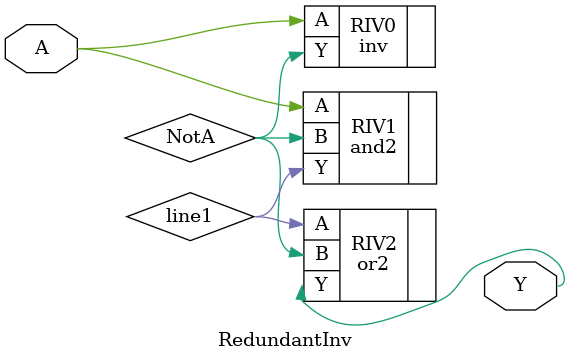
<source format=v>
/****************************************************************************
 *                                                                          *
 *  VERILOG HIGH-LEVEL DESCRIPTION OF THE ISCAS-85 BENCHMARK CIRCUIT c2670  *
 *                                                                          *  
 *                                                                          *
 *  Written by   : Hakan Yalcin (hyalcin@cadence.com)			    *
 *  Verified by  : Jonathan David Hauke (jhauke@eecs.umich.edu)             *
 *                                                                          *
 *  First created: Jan 14, 1997                                             *
 *  Last modified: Oct 20, 1998                                             *
 *                                                                          *
****************************************************************************/

module Circuit2670 (
        in81, in92, in91, in90, in89, in88, in87, 
        in86, in85, in93, in43, in54, in53, in52, in51, 
        in50, in49, in48, in47, in55, in56, in66, in65, 
        in64, in63, in62, in61, in60, in67, in68, in79, 
        in78, in77, in76, in75, in74, in73, in72, in80, 
        in131, in141, in140, in139, in138, in137, in136, in135, 
        in142, in95, in105, in104, in103, in102, in101, in100, 
        in99, in106, in119, in129, in128, in127, in126, in125, 
        in124, in123, in130, in107, in117, in116, in115, in114, 
        in113, in112, in111, in118, in1971, in1966, in1961, in1956, 
        in1348, in1341, in2090, in2084, in2078, in2072, in2067, in1996, 
        in1991, in1986, in1981, in1976, in2096, in2100, in2678, in2474, 
        in2427, in2430, in2451, in2454, in2443, in2446, in2435, in2438, 
        in24, in6, in23, in22, in21, in5, in20, in4, 
        in19, in28, in35, in34, in27, in33, in26, in32, 
        in25, in651, in543, in2105, in2104, in1384, in40, in16, 
        in29, in11, in8, in37, in14, in44, in132, in82, 
        in96, in69, in120, in57, in108, in2106, in567, in559, 
        in860, in868, in452, in2066, in1083, in94, in7, in661, 
        in1, in2, in3, in15, in36, in483, in169, in174, 
        in177, in178, in179, in180, in181, in182, in183, in184, 
        in185, in186, in189, in190, in191, in192, in193, in194, 
        in195, in196, in197, in198, in199, in200, in201, in202, 
        in203, in204, in205, in206, in207, in208, in209, in210, 
        in211, in212, in213, in214, in215, in239, in240, in241, 
        in242, in243, in244, in245, in246, in247, in248, in249, 
        in250, in251, in252, in253, in254, in255, in256, in257, 
        in262, in263, in264, in265, in266, in267, in268, in269, 
        in270, in271, in272, in273, in274, in275, in276, in277, 
        in278, in279,
        out329, out231, out311, out150, out308, out225, out395, 
        out397, out227, out229, out401, out319, out325, out261, out220, 
        out221, out219, out218, out235, out236, out237, out238, out335, 
        out350, out391, out409, out337, out384, out411, out367, out369, 
        out173, out295, out331, out145, out148, out282, out323, out284, 
        out321, out297, out280, out153, out290, out305, out288, out303, 
        out286, out301, out299, out166, out168, out171, out162, out160, 
        out164, out156, out223, out217, out234, out259, out176, out188, 
        out158, out169, out174, out177, out178, out179, out180, out181, 
        out182, out183, out184, out185, out186, out189, out190, out191, 
        out192, out193, out194, out195, out196, out197, out198, out199, 
        out200, out201, out202, out203, out204, out205, out206, out207, 
        out208, out209, out210, out211, out212, out213, out214, out215, 
        out239, out240, out241, out242, out243, out244, out245, out246, 
        out247, out248, out249, out250, out251, out252, out253, out254, 
        out255, out256, out257, out262, out263, out264, out265, out266, 
        out267, out268, out269, out270, out271, out272, out273, out274, 
        out275, out276, out277, out278, out279);
 
   input
        in81, in92, in91, in90, in89, in88, in87, 
        in86, in85, in93, in43, in54, in53, in52, in51, 
        in50, in49, in48, in47, in55, in56, in66, in65, 
        in64, in63, in62, in61, in60, in67, in68, in79, 
        in78, in77, in76, in75, in74, in73, in72, in80, 
        in131, in141, in140, in139, in138, in137, in136, in135, 
        in142, in95, in105, in104, in103, in102, in101, in100, 
        in99, in106, in119, in129, in128, in127, in126, in125, 
        in124, in123, in130, in107, in117, in116, in115, in114, 
        in113, in112, in111, in118, in1971, in1966, in1961, in1956, 
        in1348, in1341, in2090, in2084, in2078, in2072, in2067, in1996, 
        in1991, in1986, in1981, in1976, in2096, in2100, in2678, in2474, 
        in2427, in2430, in2451, in2454, in2443, in2446, in2435, in2438, 
        in24, in6, in23, in22, in21, in5, in20, in4, 
        in19, in28, in35, in34, in27, in33, in26, in32, 
        in25, in651, in543, in2105, in2104, in1384, in40, in16, 
        in29, in11, in8, in37, in14, in44, in132, in82, 
        in96, in69, in120, in57, in108, in2106, in567, in559, 
        in860, in868, in452, in2066, in1083, in94, in7, in661, 
        in1, in2, in3, in15, in36, in483, in169, in174, 
        in177, in178, in179, in180, in181, in182, in183, in184, 
        in185, in186, in189, in190, in191, in192, in193, in194, 
        in195, in196, in197, in198, in199, in200, in201, in202, 
        in203, in204, in205, in206, in207, in208, in209, in210, 
        in211, in212, in213, in214, in215, in239, in240, in241, 
        in242, in243, in244, in245, in246, in247, in248, in249, 
        in250, in251, in252, in253, in254, in255, in256, in257, 
        in262, in263, in264, in265, in266, in267, in268, in269, 
        in270, in271, in272, in273, in274, in275, in276, in277, 
        in278, in279;
 
   output
        out329, out231, out311, out150, out308, out225, out395, 
        out397, out227, out229, out401, out319, out325, out261, out220, 
        out221, out219, out218, out235, out236, out237, out238, out335, 
        out350, out391, out409, out337, out384, out411, out367, out369, 
        out173, out295, out331, out145, out148, out282, out323, out284, 
        out321, out297, out280, out153, out290, out305, out288, out303, 
        out286, out301, out299, out166, out168, out171, out162, out160, 
        out164, out156, out223, out217, out234, out259, out176, out188, 
        out158, out169, out174, out177, out178, out179, out180, out181, 
        out182, out183, out184, out185, out186, out189, out190, out191, 
        out192, out193, out194, out195, out196, out197, out198, out199, 
        out200, out201, out202, out203, out204, out205, out206, out207, 
        out208, out209, out210, out211, out212, out213, out214, out215, 
        out239, out240, out241, out242, out243, out244, out245, out246, 
        out247, out248, out249, out250, out251, out252, out253, out254, 
        out255, out256, out257, out262, out263, out264, out265, out266, 
        out267, out268, out269, out270, out271, out272, out273, out274, 
        out275, out276, out277, out278, out279;

/********************************************************/
   
   wire	VDD;
//   assign VDD = 1'b1;

// Inputs/Outputs to TopLevel2670
   
   wire [9:0]	A1bus, A2bus, A3bus, A4bus;
   wire [9:0]	B1bus, B2bus, B3bus, B4bus;
   wire [5:0]	Y1bus, Y2bus;
   wire [3:0]	Y3bus;
   wire [8:0]	Z1bus;
   wire [7:0]	Z2bus;
   wire [11:0]	ParTreeIns;
   wire		ContA0, ContA1, ContB0, ContB1;
   wire		ContMask0, ContMask1, ContMask2;
   wire		ContZ0, ContZ1, ContEq;
   wire		ContPar0, ContPar1, ContPar2, ContPar3;
   wire		OutYgreaterX, OutYgreaterX_Equal, OutZequalW, OutNot_ZequalW;
   wire		OutParCheck, OutNot_ParCheck;
   wire [7:0]	ParChkOuts;
   wire [7:0]	InTbus, OutTbus;
   wire		MiscMuxIn, MiscMuxCont0, MiscMuxCont1;
   wire [10:0]	MiscMuxOuts;
   wire [12:0]	MiscBusOuts;
   wire [11:0]	MiscRandomIns;
   wire [17:0]	MiscRandomOuts;
   
/********************************************************/
// inputs

   assign 
      A1bus[9:0] = { in93, in85, in86, in87, in88,
		     in89, in90, in91, in92, in81 },
      A2bus[9:0] = { in55, in47, in48, in49, in50,
		     in51, in52, in53, in54, in43 },
      A3bus[9:0] = { in67, in60, in61, VDD, in62,
		     in63, in64, in65, in66, in56 },
      A4bus[9:0] = { in80, in72, in73, in74, in75,
		     in76, in77, in78, in79, in68 };
   assign 
      B1bus[9:0] = { VDD, in142, in135, in136, in137,
		     in138, in139, in140, in141, in131 },
      B2bus[9:0] = { VDD, in106, in99, in100, in101,
		     in102, in103, in104, in105, in95 },
      B3bus[9:0] = {VDD, in130, in123, in124, in125,
		    in126, in127, in128, in129, in119 },
      B4bus[9:0] = { VDD, in118, in111, in112, in113,
		     in114, in115, in116, in117, in107 };
   assign
      Y1bus[5:0] = { in1971, in1966, in1961, in1956, in1348, in1341 },
      Y2bus[5:0] = { in2090, in2084, in2078, in2072, in2067, in1996 },
      Y3bus[3:0] = { in1991, in1986, in1981, in1976 };
   
   assign
      Z1bus[8:0] = { in24, in6, in23, in22, in21, in5, in20, in4, in19 },
      Z2bus[7:0] = { in28, in35, in34, in27, in33, in26, in32, in25 };

   assign
      ParTreeIns[11:0] = { in2096, in2100, in2678, in2454, in2451, in2446,
			   in2443, in2438, in2435, in2430, in2427, in2474 };

   assign
      InTbus[7:0] = { in108, in57, in120, in69, in96, in82, in132, in44 };

   assign
      MiscRandomIns[11:0] = { in3, in1, in483, in36, in15, in2,
			      in661, in7, in94, in1083, in2066, in452 };
   assign
      ContA0 = in651,  ContA1 = in543,
      ContB0 = in2105, ContB1 = in2104,
      ContMask0 = in8, ContMask1 = in1384, ContMask2 = in40,
      ContZ0  = in16,  ContZ1 = in29,
      ContEq  = in11,
      ContPar0 = in14,   ContPar1 = in37,
      ContPar2 = in2106, ContPar3 = in567;

   assign
       MiscMuxIn = in559, MiscMuxCont0 = in868, MiscMuxCont1 = in860;

// outputs

   assign
      out329 = OutYgreaterX, out231 = OutYgreaterX_Equal,
      out150 = OutZequalW, out311 = OutNot_ZequalW,
      out308 = OutParCheck, out225 = OutNot_ParCheck;
   
   assign
      { out261, out325, out319, out401, out229, out227, out397, out395 } = ParChkOuts[7:0];

   assign
      { out238, out237, out236, out235,	out221, out220, out219, out218 } = OutTbus[7:0];
   
   assign
      { out280, out321, out323, out331, out153, out148,
	out145, out297, out284, out282, out295 } = MiscMuxOuts[10:0],
      { out164, out160, out162, out171, out168, out166,
	out299, out301, out286, out303, out288, out305,
	out290 } = MiscBusOuts[12:0],
      { out158, out188, out176, out259, out234, out217,
	out223, out156, out173, out369, out367, out411,
	out384, out337, out409, out391, out350, out335 } =  MiscRandomOuts[17:0];

/* instantiate top level circuit */
   
   TopLevel2670 Ckt2670(A1bus, A2bus, A3bus, A4bus, B1bus, B2bus, B3bus, B4bus,
			Y1bus, Y2bus, Y3bus, Z1bus, Z2bus, ParTreeIns,
			InTbus, ContA0, ContA1, ContB0, ContB1,
			ContMask0, ContMask1, ContMask2, ContZ0, ContZ1, ContEq,
			ContPar0, ContPar1, ContPar2, ContPar3,
			MiscMuxIn, MiscMuxCont0, MiscMuxCont1, MiscRandomIns,

			OutYgreaterX, OutYgreaterX_Equal, OutZequalW,
			OutNot_ZequalW, OutParCheck, OutNot_ParCheck,
			ParChkOuts, OutTbus,	MiscMuxOuts, MiscBusOuts, MiscRandomOuts);   


/* these 76 lines go straigh through the circuit */
   
   assign
      out169 = in169, out174 = in174, out177 = in177, out178 = in178,
      out179 = in179, out180 = in180, out181 = in181, out182 = in182,
      out183 = in183, out184 = in184, out185 = in185, out186 = in186,
      out189 = in189, out190 = in190, out191 = in191, out192 = in192,
      out193 = in193, out194 = in194, out195 = in195, out196 = in196,
      out197 = in197, out198 = in198, out199 = in199, out200 = in200,
      out201 = in201, out202 = in202, out203 = in203, out204 = in204,
      out205 = in205, out206 = in206, out207 = in207, out208 = in208,
      out209 = in209, out210 = in210, out211 = in211, out212 = in212,
      out213 = in213, out214 = in214, out215 = in215, out239 = in239,
      out240 = in240, out241 = in241, out242 = in242, out243 = in243,
      out244 = in244, out245 = in245, out246 = in246, out247 = in247,
      out248 = in248, out249 = in249, out250 = in250, out251 = in251,
      out252 = in252, out253 = in253, out254 = in254, out255 = in255,
      out256 = in256, out257 = in257, out262 = in262, out263 = in263,
      out264 = in264, out265 = in265, out266 = in266, out267 = in267,
      out268 = in268, out269 = in269, out270 = in270, out271 = in271,
      out272 = in272, out273 = in273, out274 = in274, out275 = in275,
      out276 = in276, out277 = in277, out278 = in278, out279 = in279;


endmodule // Circuit2670

/***************************************************************************/
/***************************************************************************/

module TopLevel2670(A1bus, A2bus, A3bus, A4bus, B1bus, B2bus, B3bus, B4bus,
		    Y1bus, Y2bus, Y3bus, Z1bus, Z2bus, ParTreeIns,
		    InTbus, ContA0, ContA1, ContB0, ContB1,
		    ContMask0, ContMask1, ContMask2, ContZ0, ContZ1, ContEq,
		    ContPar0, ContPar1, ContPar2, ContPar3,
		    MiscMuxIn, MiscMuxCont0, MiscMuxCont1, MiscRandomIns,

		    OutYgreaterX, OutYgreaterX_Equal, OutZequalW,
		    OutNot_ZequalW, OutParCheck, OutNot_ParCheck,
		    ParChkOuts, OutTbus, MiscMuxOuts, MiscBusOuts, MiscRandomOuts);   

   input [9:0]	 A1bus, A2bus, A3bus, A4bus;
   input [9:0]	 B1bus, B2bus, B3bus, B4bus;
   input [5:0]	 Y1bus, Y2bus;
   input [3:0]	 Y3bus;
   input [8:0]	 Z1bus;
   input [7:0]	 Z2bus;
   input [11:0]	 ParTreeIns;
   input [7:0]	 InTbus;
   input	 ContA0, ContA1, ContB0, ContB1, ContMask0, ContMask1, ContMask2;
   input	 ContZ0, ContZ1, ContEq;
   input	 ContPar0, ContPar1, ContPar2, ContPar3;

   input	 MiscMuxIn, MiscMuxCont0, MiscMuxCont1;
   input [11:0]	 MiscRandomIns;
   
   output	 OutYgreaterX, OutYgreaterX_Equal, OutZequalW, OutNot_ZequalW;
   output	 OutParCheck, OutNot_ParCheck;
   output [7:0]	 ParChkOuts;
   output [7:0]	 OutTbus;

   output [10:0] MiscMuxOuts;
   output [12:0] MiscBusOuts;
   output [17:0] MiscRandomOuts;

   wire [9:0]	 Abus, Bbus, Qbus, Rbus, Sbus;
   wire [11:0]	 Xbus, Ybus;
   wire [16:0]	 Wbus, Zbus;
   wire [8:0]	 V1bus;
   wire [7:0]	 V2bus;
   wire		 CompCLAs;
   
   
   Mux10bit_4_1 M1( A1bus, A2bus, A3bus, A4bus, ContA0, ContA1, Abus ),
                M2( B1bus, B2bus, B3bus, B4bus, ContB0, ContB1, Bbus );

   assign Xbus[8:0]  = Abus[8:0],
          Xbus[11:9] = Bbus[2:0];
   
   ContSignalGen M3( Bbus[4], Bbus[5], ContMask1, ContMask2, ContAlpha, ContBeta );
   
   CompareXY M4( Xbus, Ybus, ContAlpha, ContBeta, ContMask0,
		 OutYgreaterX, OutYgreaterX_Equal, CompCLAs );

   MuxSpecY M5( Y1bus, Y2bus, Y3bus, ContAlpha, ParTreeIns,
		Ybus, Wbus, Qbus, Rbus, Sbus );

   assign
      V1bus[8:0] = Abus[8:0],
      V2bus[7:0] = Bbus[7:0];
   
   MuxSpecZ M6( Z1bus, Z2bus, V1bus, V2bus, ContZ0, ContZ1, Zbus );

   EqualZ_W M7( Zbus, Wbus, ContEq, OutZequalW, OutNot_ZequalW );

   ParityChecker M8( Abus, Bbus, Qbus, Rbus, Sbus, CompCLAs,
		     ContPar0, ContPar1, ContPar2, ContPar3, InTbus,
		     OutParCheck, OutNot_ParCheck, ParChkOuts, OutTbus );

   MiscLogic M9( Abus, Bbus, Y2bus, ParTreeIns, MiscRandomIns, ContPar2, ContPar3,
		 MiscMuxIn, MiscMuxCont0, MiscMuxCont1, ParChkOuts[5],
		 MiscMuxOuts, MiscBusOuts, MiscRandomOuts );
   
endmodule // TopLevel2670


/***************************************************************************
 * module: Mux10bit_4_1
 * 
 * Function: 10 bit 4:1 muxes
 * 
***************************************************************************/

module   Mux10bit_4_1( In1bus, In2bus, In3bus, In4bus, Cont0, Cont1, Outbus );

   input [9:0]	In1bus, In2bus, In3bus, In4bus;
   input		Cont0, Cont1;
   output [9:0] Outbus;

   Mux4_1 Mux0(  In1bus[0], In2bus[0], In3bus[0], In4bus[0], Cont0, Cont1, Outbus[0] ),
          Mux1(  In1bus[1], In2bus[1], In3bus[1], In4bus[1], Cont0, Cont1, Outbus[1] ),
          Mux2(  In1bus[2], In2bus[2], In3bus[2], In4bus[2], Cont0, Cont1, Outbus[2] ),
          Mux3(  In1bus[3], In2bus[3], In3bus[3], In4bus[3], Cont0, Cont1, Outbus[3] ),
          Mux4(  In1bus[4], In2bus[4], In3bus[4], In4bus[4], Cont0, Cont1, Outbus[4] ),
          Mux5(  In1bus[5], In2bus[5], In3bus[5], In4bus[5], Cont0, Cont1, Outbus[5] ),
          Mux6(  In1bus[6], In2bus[6], In3bus[6], In4bus[6], Cont0, Cont1, Outbus[6] ),
          Mux7(  In1bus[7], In2bus[7], In3bus[7], In4bus[7], Cont0, Cont1, Outbus[7] ),
          Mux8(  In1bus[8], In2bus[8], In3bus[8], In4bus[8], Cont0, Cont1, Outbus[8] ),
          Mux9(  In1bus[9], In2bus[9], In3bus[9], In4bus[9], Cont0, Cont1, Outbus[9] );

endmodule // Mux10bit_4_1

/******************************************************/

module   Mux4_1( In1, In2, In3, In4, Cont0, Cont1, Out );

   input In1, In2, In3, In4;
   input Cont0, Cont1;
   output Out;

   inv Mux0( .A(Cont0), .Y(Not_Cont0) ),
       Mux1( .A(Cont1), .Y(Not_Cont1) );
   and3 Mux2( .A(In1), .B(Not_Cont0), .C(Not_Cont1), .Y(line2) ),
       Mux3( .A(In2), .B(Not_Cont0), .C(Cont1), .Y(line3) ),
       Mux4( .A(In3), .B(Cont0), .C(Not_Cont1), .Y(line4) ),
       Mux5( .A(In4), .B(Cont0), .C(Cont1), .Y(line5) );
   or4 Mux6( .A(line2), .B(line3), .C(line4), .D(line5), .Y(Out) );

endmodule // Mux4_1

/***************************************************************************
 * module: ContSignalGen
 * 
 * Function: generate control signals ContAlpha and ContBeta
 * 
***************************************************************************/

module ContSignalGen ( Bbus4, Bbus5, ContMask1, ContMask2, ContAlpha, ContBeta);

   input	Bbus4, Bbus5, ContMask1, ContMask2;
   output	ContAlpha, ContBeta;
   
   inv UM3_0( .A(Bbus5), .Y(NotB5) ),
       UM3_1( .A(ContMask1), .Y(NotMask1) );
   and2 UM3_2( .A(Bbus4), .B(NotMask1), .Y(line2) );
   and3 UM3_3( .A(NotB5), .B(line2), .C(ContMask2), .Y(ContAlpha) );
   inv UM3_4( .A(line2), .Y(line4) );
   and3 UM3_5( .A(ContMask2), .B(line4), .C(NotB5), .Y(ContBeta) );

endmodule // ContSignalGen


/***************************************************************************
 * module: CompareXY
 * 
 * Function: compute OutYgreaterX = Ybus > Xbus
 * using a CLA. 
 * There are actually two CLAs with identical inputs. The outputs
 * of the CLAs are are exored (for comparison)  the output OutYgreaterX_Equal.
 * The complement of this signal, CompCLAs, is fed to ParityChecker.
 * 
 * The upper 8 bits of Xbus and Ybus can be masked out in groups of 4,6,8.
 * which gives the ability to compare buses of size 4,6,8 and 12.
 * 
 * RedundantInv is an inverter with redundancy in it, which causes
 * the longest path going through it to be false.
 * 
***************************************************************************/

module CompareXY( Xbus, Ybus, ContAlpha, ContBeta, ContMask0,
		  OutYgreaterX, OutYgreaterX_Equal, CompCLAs );

   input [11:0] Xbus, Ybus;
   input 	ContAlpha, ContBeta, ContMask0;
   output 	OutYgreaterX, OutYgreaterX_Equal, CompCLAs;

   wire [11:0]	 XMbus, YMbus, Not_XMbus;
   wire		 YgX1, YgX2, Not_CompCLAs;


   MaskBus UM4_0( Xbus, ContAlpha, ContBeta, ContMask0, XMbus ),
           UM4_1( Ybus, ContAlpha, ContBeta, ContMask0, YMbus );
   
   Invert12 UM4_2( XMbus, Not_XMbus );

   CLA12_XY  UM4_3( Not_XMbus, YMbus, YgX1 ),
             UM4_4( Not_XMbus, YMbus, YgX2 );

   assign OutYgreaterX = YgX1;

   XOR2b UM4_5( .A(YgX1), .B(YgX2), .Y(Not_CompCLAs) );

   RedundantInv UM4_6( .A(Not_CompCLAs), .Y(CompCLAs) );
   
   inv UM4_7( .A(CompCLAs), .Y(OutYgreaterX_Equal) );

endmodule // CompareXY

/********************************************/

module MaskBus( Inbus, ContAlpha, ContBeta, ContMask0, OutMbus );

   input [11:0]  Inbus;
   input 	 ContAlpha, ContBeta, ContMask0;
   output [11:0] OutMbus;

   assign OutMbus[3:0] = Inbus[3:0];

   and2 MB0( .A(Inbus[4]), .B(ContMask0), .Y(OutMbus[4]) ),
        MB1( .A(Inbus[5]), .B(ContMask0), .Y(OutMbus[5]) );

   inv MB2( .A(ContAlpha), .Y(NotAlpha) );
   
   and2 MB3( .A(Inbus[6]), .B(NotAlpha), .Y(line3) ),
       MB4( .A(line3), .B(ContMask0), .Y(OutMbus[6]) ),
       MB5( .A(Inbus[7]), .B(NotAlpha), .Y(line5) ),
       MB6( .A(line5), .B(ContMask0), .Y(OutMbus[7]) );
   
   // InBus[11:8] are ANDed with NotAlpha.ContBeta
   // note that NotAlpha.ContBeta = ContBeta
   // so there's some redundancy!!!
   
   and2 MB7( .A(Inbus[8]), .B(NotAlpha), .Y(line7) ),
       MB8( .A(line7), .B(ContBeta), .Y(OutMbus[8]) ),
       MB9( .A(Inbus[9]), .B(NotAlpha), .Y(line9) ),
       MB10( .A(line9), .B(ContBeta), .Y(OutMbus[9]) ),
       MB11( .A(Inbus[10]), .B(NotAlpha), .Y(line11) ),
       MB12( .A(line11), .B(ContBeta), .Y(OutMbus[10]) ),
       MB13( .A(Inbus[11]), .B(NotAlpha), .Y(line13) ),
       MB14( .A(line13), .B(ContBeta), .Y(OutMbus[11]) );

endmodule // MaskBus

/********************************************/

module Invert12( Inbus, Outbus );

   input [11:0]  Inbus;
   output [11:0] Outbus;
   
   inv Inv12_0( .A(Inbus[0]), .Y(Outbus[0]) ),
       Inv12_1( .A(Inbus[1]), .Y(Outbus[1]) ),
       Inv12_2( .A(Inbus[2]), .Y(Outbus[2]) ),
       Inv12_3( .A(Inbus[3]), .Y(Outbus[3]) ),
       Inv12_4( .A(Inbus[4]), .Y(Outbus[4]) ),
       Inv12_5( .A(Inbus[5]), .Y(Outbus[5]) ),
       Inv12_6( .A(Inbus[6]), .Y(Outbus[6]) ),
       Inv12_7( .A(Inbus[7]), .Y(Outbus[7]) ),
       Inv12_8( .A(Inbus[8]), .Y(Outbus[8]) ),
       Inv12_9( .A(Inbus[9]), .Y(Outbus[9]) ),
       Inv12_10( .A(Inbus[10]), .Y(Outbus[10]) ),
       Inv12_11( .A(Inbus[11]), .Y(Outbus[11]) );

endmodule // Invert12

/********************************************/

module CLA12_XY( In1bus, In2bus, OutCarry );

   input [11:0] In1bus, In2bus;
   output		 OutCarry;

   wire [11:0]	 Gbus, Pbus;

   CalcGP GP( In1bus, In2bus, Gbus, Pbus);

   CLACarry12_Cin0 CalcCy( Gbus, Pbus, OutCarry );

endmodule // Cla12XY

/********************************************/

module CalcGP( In1bus, In2bus, Gbus, Pbus);

   input [11:0]  In1bus, In2bus;
   output [11:0] Gbus, Pbus;

   and2 CalGP0( .A(In1bus[0]), .B(In2bus[0]), .Y(Gbus[0]) ),
       CalGP1( .A(In1bus[1]), .B(In2bus[1]), .Y(Gbus[1]) ),
       CalGP2( .A(In1bus[2]), .B(In2bus[2]), .Y(Gbus[2]) ),
       CalGP3( .A(In1bus[3]), .B(In2bus[3]), .Y(Gbus[3]) ),
       CalGP4( .A(In1bus[4]), .B(In2bus[4]), .Y(Gbus[4]) ),
       CalGP5( .A(In1bus[5]), .B(In2bus[5]), .Y(Gbus[5]) ),
       CalGP6( .A(In1bus[6]), .B(In2bus[6]), .Y(Gbus[6]) ),
       CalGP7( .A(In1bus[7]), .B(In2bus[7]), .Y(Gbus[7]) ),
       CalGP8( .A(In1bus[8]), .B(In2bus[8]), .Y(Gbus[8]) ),
       CalGP9( .A(In1bus[9]), .B(In2bus[9]), .Y(Gbus[9]) ),
       CalGP10( .A(In1bus[10]), .B(In2bus[10]), .Y(Gbus[10]) ),
       CalGP11( .A(In1bus[11]), .B(In2bus[11]), .Y(Gbus[11]) );

   XOR2a CalGP12( .A(In1bus[0]), .B(In2bus[0]), .Y(Pbus[0]) ),
         CalGP13( .A(In1bus[1]), .B(In2bus[1]), .Y(Pbus[1]) ),
         CalGP14( .A(In1bus[2]), .B(In2bus[2]), .Y(Pbus[2]) ),
         CalGP15( .A(In1bus[3]), .B(In2bus[3]), .Y(Pbus[3]) ),
         CalGP16( .A(In1bus[4]), .B(In2bus[4]), .Y(Pbus[4]) ),
         CalGP17( .A(In1bus[5]), .B(In2bus[5]), .Y(Pbus[5]) ),
         CalGP18( .A(In1bus[6]), .B(In2bus[6]), .Y(Pbus[6]) ),
         CalGP19( .A(In1bus[7]), .B(In2bus[7]), .Y(Pbus[7]) ),
         CalGP20( .A(In1bus[8]), .B(In2bus[8]), .Y(Pbus[8]) ),
         CalGP21( .A(In1bus[9]), .B(In2bus[9]), .Y(Pbus[9]) ),
         CalGP22( .A(In1bus[10]), .B(In2bus[10]), .Y(Pbus[10]) ),
         CalGP23( .A(In1bus[11]), .B(In2bus[11]), .Y(Pbus[11]) );

endmodule // CalcGP

/********************************************
 * 
 * This 12-bit CLA is made up of 3-, 4- and
 * 5-bit CLAs, whose outputs are appropriately
 * connected with the group propagate signals
 * Prop7_3 and Prop11_8 to generate the carry
 * output.
 * 
********************************************/

module CLACarry12_Cin0( Gbus, Pbus, OutCarry11_0 );

   input [11:0] Gbus, Pbus;
   output 	OutCarry11_0;

   CLACarry3_Cin0 Cla12_0( Gbus[2:0], Pbus[2:0], OutCarry2_0 );
   CLACarry5_Cin0 Cla12_1( Gbus[7:3], Pbus[7:3], OutCarry7_3 );
   CLACarry4_Cin0 Cla12_2( Gbus[11:8], Pbus[11:8], OutCarry11_8 );

   and5 Cla12_3( .A(Pbus[3]), .B(Pbus[4]), .C(Pbus[5]),
		 .D(Pbus[6]), .E(Pbus[7]), .Y(Prop7_3) );
   and4 Cla12_4( .A(Pbus[8]), .B(Pbus[9]), .C(Pbus[10]),
		 .D(Pbus[11]), .Y(Prop11_8) );   

   and2 Cla12_5( .A(Prop7_3), .B(OutCarry2_0), .Y(line5) );
   or2 Cla12_6( .A(OutCarry7_3), .B(line5), .Y(OutCarry7_0) );
   inv Cla12_7( .A(OutCarry7_0), .Y(NotOutCarry7_0) );
   or2 Cla12_8( .A(OutCarry11_8), .B(Prop11_8), .Y(line8) );
   and2 Cla12_9( .A(NotOutCarry7_0), .B(OutCarry11_8), .Y(line9) ),
       Cla12_10( .A(line8), .B(OutCarry7_0), .Y(line10) );
   or2 Cla12_11( .A(line9), .B(line10), .Y(OutCarry11_0) );
   
endmodule // CLACarry12_Cin0

/********************************************/

module CLACarry3_Cin0( Gbus, Pbus, OutCarry );

   input [2:0] Gbus, Pbus;
   output		 OutCarry;

   and2 Cla3_0( .A(Pbus[2]), .B(Gbus[1]), .Y(line0) );
   and3 Cla3_1( .A(Pbus[2]), .B(Pbus[1]), .C(Gbus[0]), .Y(line1) );
   or3 Cla3_2( .A(Gbus[2]), .B(line0), .C(line1), .Y(OutCarry) );

endmodule // CLACarry3_Cin0

/********************************************/

module CLACarry4_Cin0( Gbus, Pbus, OutCarry );

   input [3:0] Gbus, Pbus;
   output		 OutCarry;

   and2 Cla4_0( .A(Pbus[3]), .B(Gbus[2]), .Y(line0) );
   and3 Cla4_1( .A(Pbus[3]), .B(Pbus[2]), .C(Gbus[1]), .Y(line1) );
   and4 Cla4_2( .A(Pbus[3]), .B(Pbus[2]), .C(Pbus[1]), .D(Gbus[0]), .Y(line2) );
   or4 Cla4_3( .A(Gbus[3]), .B(line0), .C(line1), .D(line2), .Y(OutCarry) );

endmodule // CLACarry4_Cin0

/********************************************/

module CLACarry5_Cin0( Gbus, Pbus, OutCarry );

   input [4:0] Gbus, Pbus;
   output      OutCarry;

   and2 Cla5_0( .A(Pbus[4]), .B(Gbus[3]), .Y(line0) );
   and3 Cla5_1( .A(Pbus[4]), .B(Pbus[3]), .C(Gbus[2]), .Y(line1) );
   and4 Cla5_2( .A(Pbus[4]), .B(Pbus[3]), .C(Pbus[2]), .D(Gbus[1]), .Y(line2) );
   and5 Cla5_3( .A(Pbus[4]), .B(Pbus[3]), .C(Pbus[2]), .D(Pbus[1]),
		.E(Gbus[0]), .Y(line3) );
   or5 Cla5_4( .A(Gbus[4]), .B(line0), .C(line1), .D(line2),
	       .E(line3), .Y(OutCarry) );

endmodule // CLACarry5_Cin0



/***************************************************************************
 * module: MuxSpecY
 * 
 * Function: generate buses Ybus, Wbus, Qbus, Rbus and Sbus.
 * There are 2:1 muxes to generate Ybus from Y1bus, Y2bus and Y3bus.
 * The other output buses are fanouts of Y1bus, Y2bus, Y3bus and ParTreeIns.
 * (Note: The parities of Qbus, Rbus and Sbus are computed in
 * ParityChecker.)
 * 
***************************************************************************/

module MuxSpecY( Y1bus, Y2bus, Y3bus, ContAlpha, ParTreeIns,
		 Ybus, Wbus, Qbus, Rbus, Sbus);

   input [5:0]	  Y1bus, Y2bus;
   input [3:0]	  Y3bus;
   input		  ContAlpha;
   input [11:0]  ParTreeIns;
   output [11:0] Ybus;
   output [16:0] Wbus;
   output [9:0]  Qbus, Rbus, Sbus;

   wire [5:0]	  Not_Y1bus, Not_Y2bus;
   wire [3:0]	  Not_Y3bus;

   Invert6 UM5_0( Y1bus, Not_Y1bus ),
           UM5_1( Y2bus, Not_Y2bus );

   Mux6bit_2_1 UM5_2( Not_Y1bus, Not_Y2bus, ContAlpha, Ybus[5:0] );
   
   Invert4 UM5_3( Y3bus, Not_Y3bus );

   assign
      Ybus[9:6]    = Not_Y3bus[3:0],
      Ybus[11:10]  = Not_Y2bus[1:0];

   assign
      Wbus[5:0]   = Y1bus[5:0],
      Wbus[9:6]   = Y3bus[3:0],
      Wbus[15:10] = Y2bus[5:0],
      Wbus[16]    = 1'b0;

   assign
      Qbus[3:0] = Y1bus[5:2],
      Qbus[7:4] = Y3bus[3:0],
      Qbus[8]   = Y2bus[0],
      Qbus[9]   = ParTreeIns[0];

   assign
      Rbus[1:0] = Y1bus[1:0],
      Rbus[9:2] = ParTreeIns[8:1];

   assign
      Sbus[4:0] = Y2bus[5:1],
      Sbus[7:5] = ParTreeIns[11:9],
      Sbus[8]   = 1'b0,
      Sbus[9]   = 1'b0;

endmodule // MuxSpecY

/******************************************************/

module Invert6( Inbus, Outbus );

   input [5:0]	 Inbus;
   output [5:0] Outbus;

   inv Inv6_0( .A(Inbus[0]), .Y(Outbus[0]) ),
       Inv6_1( .A(Inbus[1]), .Y(Outbus[1]) ),
       Inv6_2( .A(Inbus[2]), .Y(Outbus[2]) ),
       Inv6_3( .A(Inbus[3]), .Y(Outbus[3]) ),
       Inv6_4( .A(Inbus[4]), .Y(Outbus[4]) ),
       Inv6_5( .A(Inbus[5]), .Y(Outbus[5]) );
   
endmodule // Invert6

/******************************************************/

module Invert4( Inbus, Outbus );

   input [3:0]	 Inbus;
   output [3:0] Outbus;

   inv Inv4_0( .A(Inbus[0]), .Y(Outbus[0]) ),
       Inv4_1( .A(Inbus[1]), .Y(Outbus[1]) ),
       Inv4_2( .A(Inbus[2]), .Y(Outbus[2]) ),
       Inv4_3( .A(Inbus[3]), .Y(Outbus[3]) );
   
endmodule // Invert4

/******************************************************/

module Mux2_1( In1, In2, ContIn, Out );

   input	In1, In2, ContIn;
   output	Out;

   inv Mux0( .A(ContIn), .Y(Not_ContIn) );
   and2 Mux1( .A(In1), .B(Not_ContIn), .Y(line1) ),
       Mux2( .A(In2), .B(ContIn), .Y(line2) );
   or2 Mux3( .A(line1), .B(line2), .Y(Out) );
   
endmodule

/******************************************************/

module Mux6bit_2_1( In1bus, In2bus, ContIn, Outbus );

   input [5:0]	 In1bus, In2bus;
   input		 ContIn;
   output [5:0] Outbus;

   Mux2_1 Mux6_0( In1bus[0], In2bus[0], ContIn, Outbus[0] ),
          Mux6_1( In1bus[1], In2bus[1], ContIn, Outbus[1] ),
          Mux6_2( In1bus[2], In2bus[2], ContIn, Outbus[2] ),
          Mux6_3( In1bus[3], In2bus[3], ContIn, Outbus[3] ),
          Mux6_4( In1bus[4], In2bus[4], ContIn, Outbus[4] ),
          Mux6_5( In1bus[5], In2bus[5], ContIn, Outbus[5] );
   
endmodule // Mux6bit_2_1


/***************************************************************************
 * module: MuxSpecZ
 * 
 * Function: generate Zbus from (Z1bus,V1bus) and (Z2bus,V2bus).
 * (Note: V1bus is essentially Abus, and V2bus is Bbus.)
 * 
***************************************************************************/

module MuxSpecZ( Z1bus, Z2bus, V1bus, V2bus, ContZ0, ContZ1, Zbus);

   input [8:0]	  Z1bus, V1bus;
   input [7:0]	  Z2bus, V2bus;
   input		  ContZ0, ContZ1;
   output [16:0] Zbus;

   Mux9bit_2_1 UM6_0( Z1bus, V1bus, ContZ0, Zbus[8:0] );

   Mux8bit_2_1 UM6_1( Z2bus, V2bus, ContZ1, Zbus[16:9] );
   
endmodule // MuxSpecZ

/******************************************************/

module Mux9bit_2_1( In1bus, In2bus, ContIn, Outbus );

   input [8:0]	 In1bus, In2bus;
   input		 ContIn;
   output [8:0] Outbus;

   Mux2_1 Mux9_0( In1bus[0], In2bus[0], ContIn, Outbus[0] ),
          Mux9_1( In1bus[1], In2bus[1], ContIn, Outbus[1] ),
          Mux9_2( In1bus[2], In2bus[2], ContIn, Outbus[2] ),
          Mux9_3( In1bus[3], In2bus[3], ContIn, Outbus[3] ),
          Mux9_4( In1bus[4], In2bus[4], ContIn, Outbus[4] ),
          Mux9_5( In1bus[5], In2bus[5], ContIn, Outbus[5] ),
          Mux9_6( In1bus[6], In2bus[6], ContIn, Outbus[6] ),
          Mux9_7( In1bus[7], In2bus[7], ContIn, Outbus[7] ),
          Mux9_8( In1bus[8], In2bus[8], ContIn, Outbus[8] );
   
endmodule // Mux9bit_2_1

/******************************************************/

module Mux8bit_2_1( In1bus, In2bus, ContIn, Outbus );

   input [7:0]	 In1bus, In2bus;
   input		 ContIn;
   output [7:0] Outbus;

   Mux2_1 Mux8_0( In1bus[0], In2bus[0], ContIn, Outbus[0] ),
          Mux8_1( In1bus[1], In2bus[1], ContIn, Outbus[1] ),
          Mux8_2( In1bus[2], In2bus[2], ContIn, Outbus[2] ),
          Mux8_3( In1bus[3], In2bus[3], ContIn, Outbus[3] ),
          Mux8_4( In1bus[4], In2bus[4], ContIn, Outbus[4] ),
          Mux8_5( In1bus[5], In2bus[5], ContIn, Outbus[5] ),
          Mux8_6( In1bus[6], In2bus[6], ContIn, Outbus[6] ),
          Mux8_7( In1bus[7], In2bus[7], ContIn, Outbus[7] );

endmodule // Mux8bit_2_1

/***************************************************************************
 * module: EqualZ_W
 * 
 * Function: compute OutZequalW = (Zbus=Wbus)
 * 
***************************************************************************/

module EqualZ_W( Zbus, Wbus, ContEq, OutZequalW, OutNot_ZequalW );

   input [16:0] Zbus, Wbus;
   input		 ContEq;
   output		 OutZequalW, OutNot_ZequalW;

   wire [16:0]	 XorZW;

   Xor17bit UM7_0( Zbus, Wbus, XorZW );

   AN18     UM7_1( XorZW, ContEq, OutNot_ZequalW );
   inv      UM7_2( .A(OutNot_ZequalW), .Y(OutZequalW) );

endmodule

/********************************************/

module Xor17bit( Zbus, Wbus, XorZW );

   input [16:0]  Zbus, Wbus;
   output [16:0] XorZW;

   XOR2a Xr0( .A(Zbus[0]), .B(Wbus[0]), .Y(XorZW[0]) ),
         Xr1( .A(Zbus[1]), .B(Wbus[1]), .Y(XorZW[1]) ),
         Xr2( .A(Zbus[2]), .B(Wbus[2]), .Y(XorZW[2]) ),
         Xr3( .A(Zbus[3]), .B(Wbus[3]), .Y(XorZW[3]) ),
         Xr4( .A(Zbus[4]), .B(Wbus[4]), .Y(XorZW[4]) ),
         Xr5( .A(Zbus[5]), .B(Wbus[5]), .Y(XorZW[5]) ),
         Xr6( .A(Zbus[6]), .B(Wbus[6]), .Y(XorZW[6]) ),
         Xr7( .A(Zbus[7]), .B(Wbus[7]), .Y(XorZW[7]) ),
         Xr8( .A(Zbus[8]), .B(Wbus[8]), .Y(XorZW[8]) ),
         Xr9( .A(Zbus[9]), .B(Wbus[9]), .Y(XorZW[9]) ),
         Xr10( .A(Zbus[10]), .B(Wbus[10]), .Y(XorZW[10]) ),
         Xr11( .A(Zbus[11]), .B(Wbus[11]), .Y(XorZW[11]) ),
         Xr12( .A(Zbus[12]), .B(Wbus[12]), .Y(XorZW[12]) ),
         Xr13( .A(Zbus[13]), .B(Wbus[13]), .Y(XorZW[13]) ),
         Xr14( .A(Zbus[14]), .B(Wbus[14]), .Y(XorZW[14]) ),
         Xr15( .A(Zbus[15]), .B(Wbus[15]), .Y(XorZW[15]) ),
         Xr16( .A(Zbus[16]), .B(Wbus[16]), .Y(XorZW[16]) );

endmodule // Xor17bit


/***************************************************************************
 * module: ParityChecker
 * 
 * Function: This module ANDs various bus parities and control signals
 * including the output of xor of the CLAs (CompCLAs).
 * The buses whose parities are ANDed are Abus, Bbus, Qbus, Rbus and Sbus.
 * Another control signal called Lambda is computed by SmallCircuitLambda.
 * 
***************************************************************************/

module ParityChecker( Abus, Bbus, Qbus, Rbus, Sbus, CompCLAs,
		      ContPar0, ContPar1, ContPar2, ContPar3, InTbus,
		      OutParCheck, OutNot_ParCheck, ParChkOuts, OutTbus );

   input [9:0]	 Abus, Bbus;
   input [9:0]	 Qbus, Rbus, Sbus;
   input		 CompCLAs, ContPar0, ContPar1, ContPar2, ContPar3;
   input [7:0]	 InTbus;
   output	 OutParCheck, OutNot_ParCheck;
   output [7:0] ParChkOuts;
   output [7:0] OutTbus;
   wire		 ParA, ParB, ParP, ParQ, ParR;
   wire Lambda;


   SmallCircuitLambda UM8_0( InTbus, ContPar2, ContPar3, OutTbus, ParChkOuts[7:5] );
   assign Lambda = ParChkOuts[5];

   ParityTree10bit UM8_1( Abus, ParA ),
                   UM8_2( Bbus, ParB ),
                   UM8_3( Qbus, ParQ ),
                   UM8_4( Rbus, ParR ),
                   UM8_5( Sbus, ParS );

   inv UM8_6( .A(ContPar0), .Y(NotPar0) );
   or2 UM8_7( .A(ParA), .B(ContPar1), .Y(line7) ),
       UM8_8( .A(ParB), .B(ContPar1), .Y(line8) ),
       UM8_9( .A(ParR), .B(NotPar0), .Y(line9) );

   and3 UM8_10( .A(line8),  .B(line7),  .C(ParS),     .Y(line10) ),
       UM8_11( .A(ParQ),   .B(line9),  .C(CompCLAs), .Y(line11) ),
       UM8_12( .A(line10), .B(line11), .C(Lambda),   .Y(OutParCheck) );
   
   inv UM8_13( .A(OutParCheck), .Y(OutNot_ParCheck) ),
       UM8_14( .A(line8), .Y(ParChkOuts[0]) ),
       UM8_15( .A(line7), .Y(ParChkOuts[1]) ),
       UM8_16( .A(ParS), .Y(ParChkOuts[2]) ),
       UM8_17( .A(ParQ), .Y(ParChkOuts[3]) ),
       UM8_18( .A(line9), .Y(ParChkOuts[4]) );

endmodule // ParityChecker

/********************************************/

module SmallCircuitLambda( InTbus, ContPar2, ContPar3, OutTbus, ParChkOuts7_5 );

   input [7:0]	 InTbus;
   input		 ContPar2, ContPar3;
   output [7:0] OutTbus;
   output [2:0] ParChkOuts7_5;

   and4 SCL0( .A(InTbus[0]), .B(InTbus[1]), .C(InTbus[2]),
	      .D(InTbus[3]), .Y(line0) ),
       SCL1( .A(InTbus[4]), .B(InTbus[5]), .C(InTbus[6]),
	     .D(InTbus[7]), .Y(line1) );
   and2 SCL2( .A(line0), .B(line1), .Y(ParChkOuts7_5[1]) );
   inv SCL3( .A(ParChkOuts7_5[1]), .Y(ParChkOuts7_5[2]) );

   inv SCL4( .A(ContPar2), .Y(NotPar2) ),
       SCL5( .A(ContPar3), .Y(NotPar3) );
   or2 SCL6( .A(NotPar2), .B(line0), .Y(line6) ),
       SCL7( .A(NotPar3), .B(line1), .Y(line7) );
   and2 SCL8( .A(line6), .B(line7), .Y(ParChkOuts7_5[0]) );

   inv SCL9( .A(InTbus[0]), .Y(OutTbus[0]) ),
       SCL10( .A(InTbus[1]), .Y(OutTbus[1]) ),
       SCL11( .A(InTbus[2]), .Y(OutTbus[2]) ),
       SCL12( .A(InTbus[3]), .Y(OutTbus[3]) ),
       SCL13( .A(InTbus[4]), .Y(OutTbus[4]) ),
       SCL14( .A(InTbus[5]), .Y(OutTbus[5]) ),
       SCL15( .A(InTbus[6]), .Y(OutTbus[6]) ),
       SCL16( .A(InTbus[7]), .Y(OutTbus[7]) );

endmodule // SmallCircuitLambda

/********************************************/

module ParityTree10bit( Inbus, ParOut );

   input [9:0]	Inbus;
   output		ParOut;

   XOR2a PT0( .A(Inbus[0]), .B(Inbus[1]), .Y(line0) ),
         PT1( .A(Inbus[2]), .B(Inbus[3]), .Y(line1) ),
         PT2( .A(Inbus[4]), .B(Inbus[5]), .Y(line2) ),
         PT3( .A(Inbus[6]), .B(Inbus[7]), .Y(line3) ),
         PT4( .A(Inbus[8]), .B(Inbus[9]), .Y(line4) );

   XOR3a PT5( .A(line0), .B(line1), .C(line2), .Y(line5) );
   XOR2a PT6( .A(line3), .B(line4), .Y(line6) );
   XOR2a PT7( .A(line5), .B(line6), .Y(ParOut) );
   
endmodule // ParityTree10bit


/***************************************************************************
 * module: MiscLogic
 * 
 * Function: mostly a random circuit.
 * Three major parts are 1) muxes fed by Abus, 2) buses (with buf and inv)
 * 3) a few random gates.
 * 
****************************************************************************/

module MiscLogic( Abus, Bbus, Y2bus, ParTreeIns, MiscRandomIns, ContPar2, ContPar3,
		  MiscMuxIn, MiscMuxCont0, MiscMuxCont1, Lambda,
		  MiscMuxOuts, MiscBusOuts, MiscRandomOuts );

   input [9:0]	 Abus, Bbus;
   input [5:0]	 Y2bus;
   input [11:0]  ParTreeIns;
   input [11:0]	 MiscRandomIns;
   input	 ContPar2, ContPar3;
   input	 MiscMuxIn, MiscMuxCont0, MiscMuxCont1, Lambda;
   output [10:0] MiscMuxOuts;
   output [12:0] MiscBusOuts;
   output [17:0] MiscRandomOuts;

   MiscMuxCircuit UM9_0( Abus, MiscMuxIn, MiscMuxCont0, MiscMuxCont1, MiscMuxOuts);

   MiscBusCircuit UM9_1( Abus, Bbus, MiscBusOuts);

   MiscRandomCircuit UM9_2( Bbus, Y2bus, ParTreeIns, MiscRandomIns,
			    ContPar2, ContPar3, Lambda, MiscRandomOuts );
  
endmodule // MiscLogic

/********************************************/

module MiscMuxCircuit( Abus, MiscMuxIn, MiscMuxCont0, MiscMuxCont1, MiscMuxOuts);

   input [9:0]	  Abus;
   input		  MiscMuxIn, MiscMuxCont0, MiscMuxCont1;
   output [10:0] MiscMuxOuts;

   wire [9:0]	  NewAbus;
   wire		  ParNewA;

   assign
	 NewAbus[2:0] = Abus[2:0],
      NewAbus[7:3] = Abus[9:5],
      NewAbus[8] = 1'b0;

   or2 MMC0( .A(Abus[1]), .B(MiscMuxIn), .Y(NewAbus[9]) );
   
   ParityTree10bit PTMuxA( NewAbus, ParNewA );

   Mux2_1 MMC2( Abus[9], ParNewA, MiscMuxCont0, MiscMuxOuts[0] ),
          MMC3( Abus[0], NewAbus[9], MiscMuxCont0, MiscMuxOuts[1] ),
          MMC4( Abus[1], Abus[3], MiscMuxCont0, MiscMuxOuts[2] ),
          MMC5( Abus[2], Abus[4], MiscMuxCont0, MiscMuxOuts[3] );

   inv    MMC6( .A(NewAbus[9]), .Y(NotNewA9) );
   XOR2a  MMC7( .A(Abus[0]), .B(Abus[1]), .Y(line7) ),
          MMC8( .A(line7), .B(NotNewA9), .Y(line8) ),
          MMC9( .A(line8), .B(Abus[9]), .Y(line9) );
   
   Mux2_1 MMC10( line9, Abus[9], MiscMuxCont1, MiscMuxOuts[4] ),
          MMC11( NewAbus[9], Abus[1], MiscMuxCont1, MiscMuxOuts[5] ),
          MMC12( 1'b1, Abus[0], MiscMuxCont1, MiscMuxOuts[6] );

   assign
      MiscMuxOuts[7] =  MiscMuxOuts[0],
      MiscMuxOuts[8] =  MiscMuxOuts[1],
      MiscMuxOuts[9] =  MiscMuxOuts[2],
      MiscMuxOuts[10] = MiscMuxOuts[3];

endmodule // MiscMuxCircuit

/********************************************/

module MiscBusCircuit( Abus, Bbus, MiscBusOuts);

   input [9:0]	  Abus, Bbus;
   output [12:0] MiscBusOuts;

   buffer MBC0( .A(Abus[8]), .Y(MiscBusOuts[0]) ),
         MBC1( .A(Abus[7]), .Y(MiscBusOuts[1]) ),
         MBC2( .A(Abus[6]), .Y(MiscBusOuts[2]) ),
         MBC3( .A(Abus[5]), .Y(MiscBusOuts[3]) ),
         MBC4( .A(Abus[4]), .Y(MiscBusOuts[4]) ),
         MBC5( .A(Abus[3]), .Y(MiscBusOuts[5]) ),
         MBC6( .A(Abus[2]), .Y(MiscBusOuts[6]) );

   inv   MBC7( .A(Abus[5]), .Y(MiscBusOuts[7]) ),
         MBC8( .A(Abus[4]), .Y(MiscBusOuts[8]) ),
         MBC9( .A(Abus[3]), .Y(MiscBusOuts[9]) );

   inv   MBC10( .A(Bbus[6]), .Y(MiscBusOuts[10]) ),
         MBC11( .A(Bbus[5]), .Y(MiscBusOuts[11]) ),
         MBC12( .A(Bbus[4]), .Y(MiscBusOuts[12]) );
   
endmodule // MiscBusCircuit

/********************************************/

module MiscRandomCircuit( Bbus, Y2bus, ParTreeIns, MiscRandomIns,
			  ContPar2, ContPar3, Lambda, MiscRandomOuts );

   input [9:0]	 Bbus;
   input [5:0]	 Y2bus;
   input [11:0]  ParTreeIns;
   input [11:0]	 MiscRandomIns;
   input	 ContPar2, ContPar3;
   input	 Lambda;
   output [17:0] MiscRandomOuts;


   buffer MRC0( .A(MiscRandomIns[0]), .Y(MiscRandomOuts[0]) ),
          MRC1( .A(MiscRandomIns[0]), .Y(MiscRandomOuts[1]) ),
          MRC2( .A(MiscRandomIns[0]), .Y(MiscRandomOuts[2]) ),
          MRC3( .A(MiscRandomIns[0]), .Y(MiscRandomOuts[3]) ),
          MRC4( .A(MiscRandomIns[1]), .Y(MiscRandomOuts[4]) ),
          MRC5( .A(MiscRandomIns[1]), .Y(MiscRandomOuts[5]) ),
          MRC6( .A(MiscRandomIns[1]), .Y(MiscRandomOuts[6]) ),
          MRC7( .A(MiscRandomIns[2]), .Y(MiscRandomOuts[7]) ),
          MRC8( .A(MiscRandomIns[2]), .Y(MiscRandomOuts[8]) );
   and2   MRC9( .A(MiscRandomIns[0]), .B(MiscRandomIns[3]),
		.Y(MiscRandomOuts[9]) );

   inv          MRC10( .A(ParTreeIns[10]), .Y(NotPTIns10) ),
                MRC11( .A(ParTreeIns[11]), .Y(NotPTIns11) );
   XOR2b        MRC12( .A(Bbus[9]), .B(NotPTIns10), .Y(line12) ),
                MRC13( .A(Bbus[7]), .B(NotPTIns11), .Y(line13) );
   RedundantInv MRC14( .A(line12), .Y(line14) ),
                MRC15( .A(line13), .Y(line15) );
   nand2        MRC16( .A(line14), .B(line15), .Y(MiscRandomOuts[10]) );

   and2   MRC17( .A(MiscRandomIns[4]), .B(MiscRandomIns[5]), .Y(line17) );
   inv    MRC18( .A(line17), .Y(MiscRandomOuts[11]) );
   and2   MRC19( .A(ContPar2), .B(line17), .Y(line19) );
   inv    MRC20( .A(line19), .Y(MiscRandomOuts[12]) );
   nand2  MRC21( .A(ContPar3), .B(line17), .Y(MiscRandomOuts[13]) );
   and3   MRC22( .A(MiscRandomIns[6]), .B(MiscRandomIns[7]),
		 .C(MiscRandomIns[5]), .Y(line22) );
   inv    MRC23( .A(line22), .Y(MiscRandomOuts[14]) );
   and4   MRC24( .A(MiscRandomIns[5]), .B(MiscRandomIns[9]), .C(MiscRandomIns[8]),
		 .D(Lambda), .Y(line24) );
   inv    MRC25( .A(line24), .Y(MiscRandomOuts[15]) );
   and2   MRC26( .A(MiscRandomIns[10]), .B(MiscRandomIns[11]), .Y(line26) );
   inv    MRC27( .A(line26), .Y(line27) );
   and4   MRC28( .A(MiscRandomIns[5]), .B(MiscRandomIns[9]), .C(Lambda),
		 .D(line27), .Y(line28) );
   inv    MRC29( .A(line28), .Y(MiscRandomOuts[16]) );

   and4   MRC30( .A(Y2bus[2]), .B(Y2bus[3]), .C(Y2bus[4]), .D(Y2bus[5]),
		 .Y(line30) );
   inv    MRC31( .A(line30), .Y(MiscRandomOuts[17]) );

endmodule // MiscRandomCircuit


/***************************************************************************/
/***************************************************************************/

module AN18( Inbus, ContEq, Out );

   input [16:0]	Inbus;
   input	ContEq;
   output	Out;

   and5 A0( .A(Inbus[0]), .B(Inbus[1]), .C(Inbus[2]),
	    .D(Inbus[3]), .E(Inbus[4]), .Y(line0) ),
        A1( .A(Inbus[5]), .B(Inbus[6]), .C(Inbus[7]),
	    .D(Inbus[8]), .E(Inbus[9]), .Y(line1) );
   and2 A2( .A(line0), .B(line1) ,.Y(line2) ),
        A3( .A(Inbus[10]), .B(Inbus[11]), .Y(line3) );
   and5 A4( .A(Inbus[12]), .B(Inbus[13]), .C(Inbus[14]),
	    .D(Inbus[15]), .E(Inbus[16]), .Y(line4) );
   and2 A5( .A(line3), .B(line4), .Y(line5) );
   and3 A6( .A(line2), .B(line5), .C(ContEq), .Y(Out) );   
   
endmodule // AN18

/********************************************/

module XOR2a ( A, B, Y );

   input	A, B;
   output	Y;

   inv Xo0( .A(A), .Y(NotA) ),
       Xo1( .A(B), .Y(NotB) );
   
   nand2  Xo2( .A(NotA), .B(B), .Y(line2) ),
       Xo3( .A(NotB), .B(A), .Y(line3) ),
       Xo4( .A(line2), .B(line3), .Y(Y) );
   
endmodule // XOR2a


/********************************************/

module XOR2b ( A, B, Y );  

   input	A, B;
   output	Y;

   wire	NotAB;
   
   nand2  Xo1_0( .A(A), .B(B), .Y(NotAB) );
   
   and2 Xo1_1( .A(A), .B(NotAB), .Y(line1) ),
        Xo1_2( .A(NotAB), .B(B), .Y(line2) );
   or2  Xo1_3( .A(line1), .B(line2), .Y(Y) );
   
endmodule // XOR2b

/********************************************/

module XOR3a( A, B, C, Y);

   input	A, B, C;
   output	Y;
   
   inv Xo3_0( .A(A), .Y(NotA) ),
       Xo3_1( .A(B), .Y(NotB) ),
       Xo3_2( .A(C), .Y(NotC) );
   and3 Xo3_3( .A(NotA), .B(NotB), .C(C), .Y(line3) ),
	Xo3_4( .A(NotA), .B(B), .C(NotC), .Y(line4) ),
	Xo3_5( .A(A), .B(NotB), .C(NotC), .Y(line5) ),
        Xo3_6( .A(A), .B(B), .C(C), .Y(line6) );
   nor2 Xo3_7( .A(line3), .B(line4), .Y(line7) ),
        Xo3_8( .A(line5), .B(line6), .Y(line8) );
   nand2  Xo3_9( .A(line7), .B(line8), .Y(Y) );

endmodule // XOR3a

/********************************************/

module RedundantInv( A, Y );

   input	A;
   output	Y;
   
   inv RIV0( .A(A), .Y(NotA) );
   and2 RIV1( .A(A), .B(NotA), .Y(line1) );     // line1=logic 0
   or2 RIV2( .A(line1), .B(NotA), .Y(Y) );

endmodule // RedundantIV

</source>
